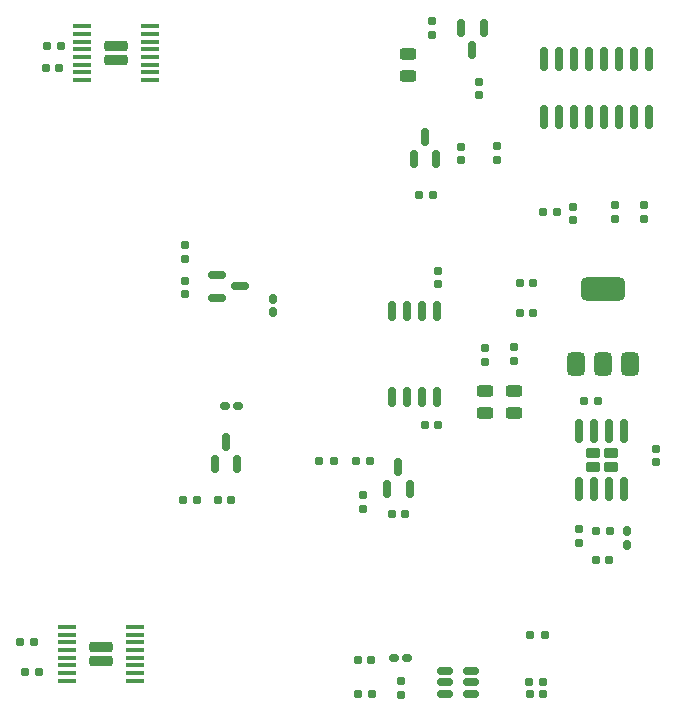
<source format=gbr>
%TF.GenerationSoftware,KiCad,Pcbnew,9.0.0*%
%TF.CreationDate,2025-04-09T21:52:16+02:00*%
%TF.ProjectId,Design-2,44657369-676e-42d3-922e-6b696361645f,v2.0*%
%TF.SameCoordinates,Original*%
%TF.FileFunction,Paste,Top*%
%TF.FilePolarity,Positive*%
%FSLAX46Y46*%
G04 Gerber Fmt 4.6, Leading zero omitted, Abs format (unit mm)*
G04 Created by KiCad (PCBNEW 9.0.0) date 2025-04-09 21:52:16*
%MOMM*%
%LPD*%
G01*
G04 APERTURE LIST*
G04 Aperture macros list*
%AMRoundRect*
0 Rectangle with rounded corners*
0 $1 Rounding radius*
0 $2 $3 $4 $5 $6 $7 $8 $9 X,Y pos of 4 corners*
0 Add a 4 corners polygon primitive as box body*
4,1,4,$2,$3,$4,$5,$6,$7,$8,$9,$2,$3,0*
0 Add four circle primitives for the rounded corners*
1,1,$1+$1,$2,$3*
1,1,$1+$1,$4,$5*
1,1,$1+$1,$6,$7*
1,1,$1+$1,$8,$9*
0 Add four rect primitives between the rounded corners*
20,1,$1+$1,$2,$3,$4,$5,0*
20,1,$1+$1,$4,$5,$6,$7,0*
20,1,$1+$1,$6,$7,$8,$9,0*
20,1,$1+$1,$8,$9,$2,$3,0*%
G04 Aperture macros list end*
%ADD10RoundRect,0.155000X-0.155000X0.212500X-0.155000X-0.212500X0.155000X-0.212500X0.155000X0.212500X0*%
%ADD11RoundRect,0.160000X-0.160000X0.197500X-0.160000X-0.197500X0.160000X-0.197500X0.160000X0.197500X0*%
%ADD12RoundRect,0.150000X-0.587500X-0.150000X0.587500X-0.150000X0.587500X0.150000X-0.587500X0.150000X0*%
%ADD13RoundRect,0.150000X0.150000X-0.587500X0.150000X0.587500X-0.150000X0.587500X-0.150000X-0.587500X0*%
%ADD14RoundRect,0.150000X0.150000X-0.712500X0.150000X0.712500X-0.150000X0.712500X-0.150000X-0.712500X0*%
%ADD15RoundRect,0.160000X0.160000X-0.197500X0.160000X0.197500X-0.160000X0.197500X-0.160000X-0.197500X0*%
%ADD16RoundRect,0.155000X-0.212500X-0.155000X0.212500X-0.155000X0.212500X0.155000X-0.212500X0.155000X0*%
%ADD17RoundRect,0.160000X-0.197500X-0.160000X0.197500X-0.160000X0.197500X0.160000X-0.197500X0.160000X0*%
%ADD18RoundRect,0.375000X0.375000X-0.625000X0.375000X0.625000X-0.375000X0.625000X-0.375000X-0.625000X0*%
%ADD19RoundRect,0.500000X1.400000X-0.500000X1.400000X0.500000X-1.400000X0.500000X-1.400000X-0.500000X0*%
%ADD20RoundRect,0.230000X-0.375000X0.230000X-0.375000X-0.230000X0.375000X-0.230000X0.375000X0.230000X0*%
%ADD21RoundRect,0.150000X-0.150000X0.825000X-0.150000X-0.825000X0.150000X-0.825000X0.150000X0.825000X0*%
%ADD22RoundRect,0.232500X0.757500X0.232500X-0.757500X0.232500X-0.757500X-0.232500X0.757500X-0.232500X0*%
%ADD23RoundRect,0.100000X0.687500X0.100000X-0.687500X0.100000X-0.687500X-0.100000X0.687500X-0.100000X0*%
%ADD24RoundRect,0.150000X-0.512500X-0.150000X0.512500X-0.150000X0.512500X0.150000X-0.512500X0.150000X0*%
%ADD25RoundRect,0.155000X0.212500X0.155000X-0.212500X0.155000X-0.212500X-0.155000X0.212500X-0.155000X0*%
%ADD26RoundRect,0.243750X0.456250X-0.243750X0.456250X0.243750X-0.456250X0.243750X-0.456250X-0.243750X0*%
%ADD27RoundRect,0.160000X0.197500X0.160000X-0.197500X0.160000X-0.197500X-0.160000X0.197500X-0.160000X0*%
%ADD28RoundRect,0.160000X0.222500X0.160000X-0.222500X0.160000X-0.222500X-0.160000X0.222500X-0.160000X0*%
%ADD29RoundRect,0.160000X-0.160000X0.222500X-0.160000X-0.222500X0.160000X-0.222500X0.160000X0.222500X0*%
%ADD30RoundRect,0.150000X0.150000X-0.825000X0.150000X0.825000X-0.150000X0.825000X-0.150000X-0.825000X0*%
%ADD31RoundRect,0.160000X0.160000X-0.222500X0.160000X0.222500X-0.160000X0.222500X-0.160000X-0.222500X0*%
%ADD32RoundRect,0.243750X-0.456250X0.243750X-0.456250X-0.243750X0.456250X-0.243750X0.456250X0.243750X0*%
%ADD33RoundRect,0.160000X-0.222500X-0.160000X0.222500X-0.160000X0.222500X0.160000X-0.222500X0.160000X0*%
%ADD34RoundRect,0.150000X-0.150000X0.587500X-0.150000X-0.587500X0.150000X-0.587500X0.150000X0.587500X0*%
G04 APERTURE END LIST*
D10*
%TO.C,C17*%
X217949739Y-88687761D03*
X217949739Y-87552761D03*
%TD*%
D11*
%TO.C,R6*%
X217949739Y-85717761D03*
X217949739Y-84522761D03*
%TD*%
D12*
%TO.C,Q1*%
X222579739Y-88025261D03*
X220704739Y-88975261D03*
X220704739Y-87075261D03*
%TD*%
D11*
%TO.C,R14*%
X238854739Y-65555439D03*
X238854739Y-66750439D03*
%TD*%
D13*
%TO.C,Q4*%
X220499739Y-103072761D03*
X222399739Y-103072761D03*
X221449739Y-101197761D03*
%TD*%
D14*
%TO.C,U3*%
X235449739Y-97360261D03*
X236719739Y-97360261D03*
X237989739Y-97360261D03*
X239259739Y-97360261D03*
X239259739Y-90135261D03*
X237989739Y-90135261D03*
X236719739Y-90135261D03*
X235449739Y-90135261D03*
%TD*%
D13*
%TO.C,Q2*%
X237354739Y-77250439D03*
X239254739Y-77250439D03*
X238304739Y-75375439D03*
%TD*%
D15*
%TO.C,R10*%
X245854739Y-94345439D03*
X245854739Y-93150439D03*
%TD*%
D16*
%TO.C,C1*%
X251787239Y-97750439D03*
X252922239Y-97750439D03*
%TD*%
%TO.C,C14*%
X206314739Y-67635261D03*
X207449739Y-67635261D03*
%TD*%
D17*
%TO.C,R1*%
X248257239Y-81750439D03*
X249452239Y-81750439D03*
%TD*%
D13*
%TO.C,Q5*%
X235087489Y-105150189D03*
X236987489Y-105150189D03*
X236037489Y-103275189D03*
%TD*%
D17*
%TO.C,R11*%
X232439989Y-102775189D03*
X233634989Y-102775189D03*
%TD*%
D16*
%TO.C,C11*%
X204449739Y-120635261D03*
X205584739Y-120635261D03*
%TD*%
D11*
%TO.C,R2*%
X254354739Y-81152939D03*
X254354739Y-82347939D03*
%TD*%
D16*
%TO.C,C18*%
X220752239Y-106135261D03*
X221887239Y-106135261D03*
%TD*%
D10*
%TO.C,C10*%
X241354739Y-76182939D03*
X241354739Y-77317939D03*
%TD*%
D18*
%TO.C,U1*%
X251054739Y-94550439D03*
X253354739Y-94550439D03*
D19*
X253354739Y-88250439D03*
D18*
X255654739Y-94550439D03*
%TD*%
D16*
%TO.C,C15*%
X206168739Y-69560261D03*
X207303739Y-69560261D03*
%TD*%
D20*
%TO.C,U4*%
X254009739Y-102155439D03*
X252509739Y-102155439D03*
X254009739Y-103295439D03*
X252509739Y-103295439D03*
D21*
X255164739Y-100250439D03*
X253894739Y-100250439D03*
X252624739Y-100250439D03*
X251354739Y-100250439D03*
X251354739Y-105200439D03*
X252624739Y-105200439D03*
X253894739Y-105200439D03*
X255164739Y-105200439D03*
%TD*%
D16*
%TO.C,C2*%
X252731239Y-111177689D03*
X253866239Y-111177689D03*
%TD*%
D22*
%TO.C,U5*%
X210848739Y-119715261D03*
X210848739Y-118555261D03*
D23*
X213711239Y-121410261D03*
X213711239Y-120760261D03*
X213711239Y-120110261D03*
X213711239Y-119460261D03*
X213711239Y-118810261D03*
X213711239Y-118160261D03*
X213711239Y-117510261D03*
X213711239Y-116860261D03*
X207986239Y-116860261D03*
X207986239Y-117510261D03*
X207986239Y-118160261D03*
X207986239Y-118810261D03*
X207986239Y-119460261D03*
X207986239Y-120110261D03*
X207986239Y-120760261D03*
X207986239Y-121410261D03*
%TD*%
D15*
%TO.C,R8*%
X251354739Y-109750439D03*
X251354739Y-108555439D03*
%TD*%
D24*
%TO.C,U6*%
X239937339Y-120595361D03*
X239937339Y-121545361D03*
X239937339Y-122495361D03*
X242212339Y-122495361D03*
X242212339Y-121545361D03*
X242212339Y-120595361D03*
%TD*%
D25*
%TO.C,C9*%
X248279839Y-122495361D03*
X247144839Y-122495361D03*
%TD*%
D16*
%TO.C,C16*%
X246287239Y-87750439D03*
X247422239Y-87750439D03*
%TD*%
%TO.C,C13*%
X204031239Y-118135261D03*
X205166239Y-118135261D03*
%TD*%
D26*
%TO.C,D8*%
X236854739Y-70187939D03*
X236854739Y-68312939D03*
%TD*%
D10*
%TO.C,C5*%
X239354739Y-86682939D03*
X239354739Y-87817939D03*
%TD*%
%TO.C,C20*%
X242854739Y-70682939D03*
X242854739Y-71817939D03*
%TD*%
D16*
%TO.C,C12*%
X246287239Y-90250439D03*
X247422239Y-90250439D03*
%TD*%
D11*
%TO.C,R16*%
X236212339Y-121397861D03*
X236212339Y-122592861D03*
%TD*%
D16*
%TO.C,C6*%
X232574739Y-119635261D03*
X233709739Y-119635261D03*
%TD*%
D27*
%TO.C,R17*%
X230537489Y-102775189D03*
X229342489Y-102775189D03*
%TD*%
D28*
%TO.C,D6*%
X222459739Y-98135261D03*
X221314739Y-98135261D03*
%TD*%
D16*
%TO.C,C19*%
X235469989Y-107275189D03*
X236604989Y-107275189D03*
%TD*%
D17*
%TO.C,R12*%
X232614839Y-122495361D03*
X233809839Y-122495361D03*
%TD*%
D22*
%TO.C,U8*%
X212098739Y-68865261D03*
X212098739Y-67705261D03*
D23*
X214961239Y-70560261D03*
X214961239Y-69910261D03*
X214961239Y-69260261D03*
X214961239Y-68610261D03*
X214961239Y-67960261D03*
X214961239Y-67310261D03*
X214961239Y-66660261D03*
X214961239Y-66010261D03*
X209236239Y-66010261D03*
X209236239Y-66660261D03*
X209236239Y-67310261D03*
X209236239Y-67960261D03*
X209236239Y-68610261D03*
X209236239Y-69260261D03*
X209236239Y-69910261D03*
X209236239Y-70560261D03*
%TD*%
D10*
%TO.C,C8*%
X250854739Y-81280439D03*
X250854739Y-82415439D03*
%TD*%
D17*
%TO.C,R13*%
X247212339Y-117495361D03*
X248407339Y-117495361D03*
%TD*%
D16*
%TO.C,C4*%
X238287239Y-99747761D03*
X239422239Y-99747761D03*
%TD*%
D17*
%TO.C,R5*%
X247114839Y-121495361D03*
X248309839Y-121495361D03*
%TD*%
D29*
%TO.C,L1*%
X255354739Y-108750439D03*
X255354739Y-109895439D03*
%TD*%
D10*
%TO.C,C3*%
X257854739Y-101750439D03*
X257854739Y-102885439D03*
%TD*%
D15*
%TO.C,R4*%
X243354739Y-94442939D03*
X243354739Y-93247939D03*
%TD*%
D30*
%TO.C,U2*%
X248354739Y-73700439D03*
X249624739Y-73700439D03*
X250894739Y-73700439D03*
X252164739Y-73700439D03*
X253434739Y-73700439D03*
X254704739Y-73700439D03*
X255974739Y-73700439D03*
X257244739Y-73700439D03*
X257244739Y-68750439D03*
X255974739Y-68750439D03*
X254704739Y-68750439D03*
X253434739Y-68750439D03*
X252164739Y-68750439D03*
X250894739Y-68750439D03*
X249624739Y-68750439D03*
X248354739Y-68750439D03*
%TD*%
D15*
%TO.C,R18*%
X233037489Y-106872689D03*
X233037489Y-105677689D03*
%TD*%
D31*
%TO.C,D4*%
X225449739Y-90192761D03*
X225449739Y-89047761D03*
%TD*%
D16*
%TO.C,C7*%
X237787239Y-80250439D03*
X238922239Y-80250439D03*
%TD*%
D11*
%TO.C,R15*%
X244354739Y-76152939D03*
X244354739Y-77347939D03*
%TD*%
D17*
%TO.C,R9*%
X217789739Y-106135261D03*
X218984739Y-106135261D03*
%TD*%
D32*
%TO.C,D1*%
X243354739Y-96907939D03*
X243354739Y-98782939D03*
%TD*%
%TO.C,D5*%
X245854739Y-96907939D03*
X245854739Y-98782939D03*
%TD*%
D33*
%TO.C,L3*%
X235639839Y-119495361D03*
X236784839Y-119495361D03*
%TD*%
D11*
%TO.C,R3*%
X256854739Y-81152939D03*
X256854739Y-82347939D03*
%TD*%
D34*
%TO.C,Q3*%
X243254739Y-66152939D03*
X241354739Y-66152939D03*
X242304739Y-68027939D03*
%TD*%
D17*
%TO.C,R7*%
X252757239Y-108750439D03*
X253952239Y-108750439D03*
%TD*%
M02*

</source>
